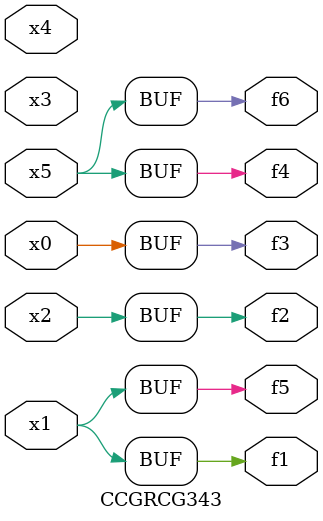
<source format=v>
module CCGRCG343(
	input x0, x1, x2, x3, x4, x5,
	output f1, f2, f3, f4, f5, f6
);
	assign f1 = x1;
	assign f2 = x2;
	assign f3 = x0;
	assign f4 = x5;
	assign f5 = x1;
	assign f6 = x5;
endmodule

</source>
